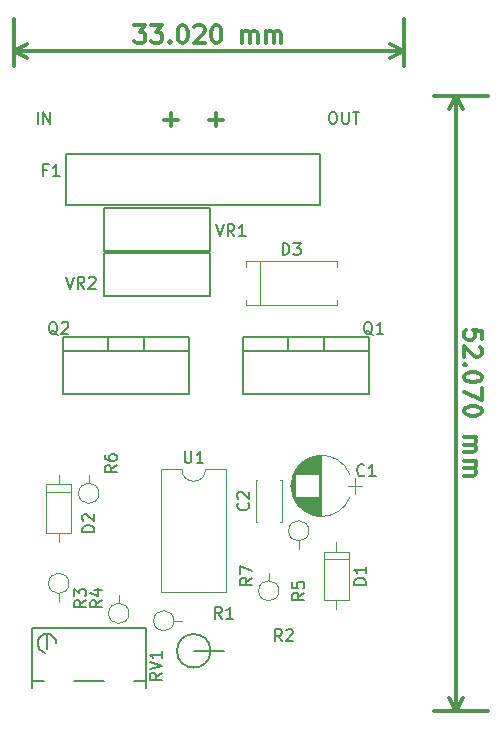
<source format=gbr>
G04 #@! TF.FileFunction,Legend,Top*
%FSLAX46Y46*%
G04 Gerber Fmt 4.6, Leading zero omitted, Abs format (unit mm)*
G04 Created by KiCad (PCBNEW 4.0.4-stable) date Saturday, 28 January 2017 'PMt' 01:33:58 PM*
%MOMM*%
%LPD*%
G01*
G04 APERTURE LIST*
%ADD10C,0.100000*%
%ADD11C,0.300000*%
%ADD12C,0.120000*%
%ADD13C,0.150000*%
G04 APERTURE END LIST*
D10*
D11*
X148654287Y-65138571D02*
X149582858Y-65138571D01*
X149082858Y-65710000D01*
X149297144Y-65710000D01*
X149440001Y-65781429D01*
X149511430Y-65852857D01*
X149582858Y-65995714D01*
X149582858Y-66352857D01*
X149511430Y-66495714D01*
X149440001Y-66567143D01*
X149297144Y-66638571D01*
X148868572Y-66638571D01*
X148725715Y-66567143D01*
X148654287Y-66495714D01*
X150082858Y-65138571D02*
X151011429Y-65138571D01*
X150511429Y-65710000D01*
X150725715Y-65710000D01*
X150868572Y-65781429D01*
X150940001Y-65852857D01*
X151011429Y-65995714D01*
X151011429Y-66352857D01*
X150940001Y-66495714D01*
X150868572Y-66567143D01*
X150725715Y-66638571D01*
X150297143Y-66638571D01*
X150154286Y-66567143D01*
X150082858Y-66495714D01*
X151654286Y-66495714D02*
X151725714Y-66567143D01*
X151654286Y-66638571D01*
X151582857Y-66567143D01*
X151654286Y-66495714D01*
X151654286Y-66638571D01*
X152654286Y-65138571D02*
X152797143Y-65138571D01*
X152940000Y-65210000D01*
X153011429Y-65281429D01*
X153082858Y-65424286D01*
X153154286Y-65710000D01*
X153154286Y-66067143D01*
X153082858Y-66352857D01*
X153011429Y-66495714D01*
X152940000Y-66567143D01*
X152797143Y-66638571D01*
X152654286Y-66638571D01*
X152511429Y-66567143D01*
X152440000Y-66495714D01*
X152368572Y-66352857D01*
X152297143Y-66067143D01*
X152297143Y-65710000D01*
X152368572Y-65424286D01*
X152440000Y-65281429D01*
X152511429Y-65210000D01*
X152654286Y-65138571D01*
X153725714Y-65281429D02*
X153797143Y-65210000D01*
X153940000Y-65138571D01*
X154297143Y-65138571D01*
X154440000Y-65210000D01*
X154511429Y-65281429D01*
X154582857Y-65424286D01*
X154582857Y-65567143D01*
X154511429Y-65781429D01*
X153654286Y-66638571D01*
X154582857Y-66638571D01*
X155511428Y-65138571D02*
X155654285Y-65138571D01*
X155797142Y-65210000D01*
X155868571Y-65281429D01*
X155940000Y-65424286D01*
X156011428Y-65710000D01*
X156011428Y-66067143D01*
X155940000Y-66352857D01*
X155868571Y-66495714D01*
X155797142Y-66567143D01*
X155654285Y-66638571D01*
X155511428Y-66638571D01*
X155368571Y-66567143D01*
X155297142Y-66495714D01*
X155225714Y-66352857D01*
X155154285Y-66067143D01*
X155154285Y-65710000D01*
X155225714Y-65424286D01*
X155297142Y-65281429D01*
X155368571Y-65210000D01*
X155511428Y-65138571D01*
X157797142Y-66638571D02*
X157797142Y-65638571D01*
X157797142Y-65781429D02*
X157868570Y-65710000D01*
X158011428Y-65638571D01*
X158225713Y-65638571D01*
X158368570Y-65710000D01*
X158439999Y-65852857D01*
X158439999Y-66638571D01*
X158439999Y-65852857D02*
X158511428Y-65710000D01*
X158654285Y-65638571D01*
X158868570Y-65638571D01*
X159011428Y-65710000D01*
X159082856Y-65852857D01*
X159082856Y-66638571D01*
X159797142Y-66638571D02*
X159797142Y-65638571D01*
X159797142Y-65781429D02*
X159868570Y-65710000D01*
X160011428Y-65638571D01*
X160225713Y-65638571D01*
X160368570Y-65710000D01*
X160439999Y-65852857D01*
X160439999Y-66638571D01*
X160439999Y-65852857D02*
X160511428Y-65710000D01*
X160654285Y-65638571D01*
X160868570Y-65638571D01*
X161011428Y-65710000D01*
X161082856Y-65852857D01*
X161082856Y-66638571D01*
X138430000Y-67310000D02*
X171450000Y-67310000D01*
X138430000Y-68580000D02*
X138430000Y-64610000D01*
X171450000Y-68580000D02*
X171450000Y-64610000D01*
X171450000Y-67310000D02*
X170323496Y-67896421D01*
X171450000Y-67310000D02*
X170323496Y-66723579D01*
X138430000Y-67310000D02*
X139556504Y-67896421D01*
X138430000Y-67310000D02*
X139556504Y-66723579D01*
X178066429Y-91726430D02*
X178066429Y-91012144D01*
X177352143Y-90940715D01*
X177423571Y-91012144D01*
X177495000Y-91155001D01*
X177495000Y-91512144D01*
X177423571Y-91655001D01*
X177352143Y-91726430D01*
X177209286Y-91797858D01*
X176852143Y-91797858D01*
X176709286Y-91726430D01*
X176637857Y-91655001D01*
X176566429Y-91512144D01*
X176566429Y-91155001D01*
X176637857Y-91012144D01*
X176709286Y-90940715D01*
X177923571Y-92369286D02*
X177995000Y-92440715D01*
X178066429Y-92583572D01*
X178066429Y-92940715D01*
X177995000Y-93083572D01*
X177923571Y-93155001D01*
X177780714Y-93226429D01*
X177637857Y-93226429D01*
X177423571Y-93155001D01*
X176566429Y-92297858D01*
X176566429Y-93226429D01*
X176709286Y-93869286D02*
X176637857Y-93940714D01*
X176566429Y-93869286D01*
X176637857Y-93797857D01*
X176709286Y-93869286D01*
X176566429Y-93869286D01*
X178066429Y-94869286D02*
X178066429Y-95012143D01*
X177995000Y-95155000D01*
X177923571Y-95226429D01*
X177780714Y-95297858D01*
X177495000Y-95369286D01*
X177137857Y-95369286D01*
X176852143Y-95297858D01*
X176709286Y-95226429D01*
X176637857Y-95155000D01*
X176566429Y-95012143D01*
X176566429Y-94869286D01*
X176637857Y-94726429D01*
X176709286Y-94655000D01*
X176852143Y-94583572D01*
X177137857Y-94512143D01*
X177495000Y-94512143D01*
X177780714Y-94583572D01*
X177923571Y-94655000D01*
X177995000Y-94726429D01*
X178066429Y-94869286D01*
X178066429Y-95869286D02*
X178066429Y-96869286D01*
X176566429Y-96226429D01*
X178066429Y-97726428D02*
X178066429Y-97869285D01*
X177995000Y-98012142D01*
X177923571Y-98083571D01*
X177780714Y-98155000D01*
X177495000Y-98226428D01*
X177137857Y-98226428D01*
X176852143Y-98155000D01*
X176709286Y-98083571D01*
X176637857Y-98012142D01*
X176566429Y-97869285D01*
X176566429Y-97726428D01*
X176637857Y-97583571D01*
X176709286Y-97512142D01*
X176852143Y-97440714D01*
X177137857Y-97369285D01*
X177495000Y-97369285D01*
X177780714Y-97440714D01*
X177923571Y-97512142D01*
X177995000Y-97583571D01*
X178066429Y-97726428D01*
X176566429Y-100012142D02*
X177566429Y-100012142D01*
X177423571Y-100012142D02*
X177495000Y-100083570D01*
X177566429Y-100226428D01*
X177566429Y-100440713D01*
X177495000Y-100583570D01*
X177352143Y-100654999D01*
X176566429Y-100654999D01*
X177352143Y-100654999D02*
X177495000Y-100726428D01*
X177566429Y-100869285D01*
X177566429Y-101083570D01*
X177495000Y-101226428D01*
X177352143Y-101297856D01*
X176566429Y-101297856D01*
X176566429Y-102012142D02*
X177566429Y-102012142D01*
X177423571Y-102012142D02*
X177495000Y-102083570D01*
X177566429Y-102226428D01*
X177566429Y-102440713D01*
X177495000Y-102583570D01*
X177352143Y-102654999D01*
X176566429Y-102654999D01*
X177352143Y-102654999D02*
X177495000Y-102726428D01*
X177566429Y-102869285D01*
X177566429Y-103083570D01*
X177495000Y-103226428D01*
X177352143Y-103297856D01*
X176566429Y-103297856D01*
X175895000Y-71120000D02*
X175895000Y-123190000D01*
X173990000Y-71120000D02*
X178595000Y-71120000D01*
X173990000Y-123190000D02*
X178595000Y-123190000D01*
X175895000Y-123190000D02*
X175308579Y-122063496D01*
X175895000Y-123190000D02*
X176481421Y-122063496D01*
X175895000Y-71120000D02*
X175308579Y-72246504D01*
X175895000Y-71120000D02*
X176481421Y-72246504D01*
X151193572Y-73132143D02*
X152336429Y-73132143D01*
X151765000Y-73703571D02*
X151765000Y-72560714D01*
X155003572Y-73132143D02*
X156146429Y-73132143D01*
X155575000Y-73703571D02*
X155575000Y-72560714D01*
D12*
X162088137Y-105121400D02*
G75*
G03X166882436Y-105120000I2396863J981400D01*
G01*
X162088137Y-103158600D02*
G75*
G02X166882436Y-103160000I2396863J-981400D01*
G01*
X162088137Y-103158600D02*
G75*
G03X162087564Y-105120000I2396863J-981400D01*
G01*
X164485000Y-106690000D02*
X164485000Y-101590000D01*
X164445000Y-106690000D02*
X164445000Y-101590000D01*
X164405000Y-106689000D02*
X164405000Y-101591000D01*
X164365000Y-106688000D02*
X164365000Y-101592000D01*
X164325000Y-106686000D02*
X164325000Y-101594000D01*
X164285000Y-106683000D02*
X164285000Y-101597000D01*
X164245000Y-106679000D02*
X164245000Y-101601000D01*
X164205000Y-106675000D02*
X164205000Y-105120000D01*
X164205000Y-103160000D02*
X164205000Y-101605000D01*
X164165000Y-106671000D02*
X164165000Y-105120000D01*
X164165000Y-103160000D02*
X164165000Y-101609000D01*
X164125000Y-106665000D02*
X164125000Y-105120000D01*
X164125000Y-103160000D02*
X164125000Y-101615000D01*
X164085000Y-106659000D02*
X164085000Y-105120000D01*
X164085000Y-103160000D02*
X164085000Y-101621000D01*
X164045000Y-106653000D02*
X164045000Y-105120000D01*
X164045000Y-103160000D02*
X164045000Y-101627000D01*
X164005000Y-106646000D02*
X164005000Y-105120000D01*
X164005000Y-103160000D02*
X164005000Y-101634000D01*
X163965000Y-106638000D02*
X163965000Y-105120000D01*
X163965000Y-103160000D02*
X163965000Y-101642000D01*
X163925000Y-106629000D02*
X163925000Y-105120000D01*
X163925000Y-103160000D02*
X163925000Y-101651000D01*
X163885000Y-106620000D02*
X163885000Y-105120000D01*
X163885000Y-103160000D02*
X163885000Y-101660000D01*
X163845000Y-106610000D02*
X163845000Y-105120000D01*
X163845000Y-103160000D02*
X163845000Y-101670000D01*
X163805000Y-106600000D02*
X163805000Y-105120000D01*
X163805000Y-103160000D02*
X163805000Y-101680000D01*
X163764000Y-106588000D02*
X163764000Y-105120000D01*
X163764000Y-103160000D02*
X163764000Y-101692000D01*
X163724000Y-106576000D02*
X163724000Y-105120000D01*
X163724000Y-103160000D02*
X163724000Y-101704000D01*
X163684000Y-106564000D02*
X163684000Y-105120000D01*
X163684000Y-103160000D02*
X163684000Y-101716000D01*
X163644000Y-106550000D02*
X163644000Y-105120000D01*
X163644000Y-103160000D02*
X163644000Y-101730000D01*
X163604000Y-106536000D02*
X163604000Y-105120000D01*
X163604000Y-103160000D02*
X163604000Y-101744000D01*
X163564000Y-106522000D02*
X163564000Y-105120000D01*
X163564000Y-103160000D02*
X163564000Y-101758000D01*
X163524000Y-106506000D02*
X163524000Y-105120000D01*
X163524000Y-103160000D02*
X163524000Y-101774000D01*
X163484000Y-106490000D02*
X163484000Y-105120000D01*
X163484000Y-103160000D02*
X163484000Y-101790000D01*
X163444000Y-106473000D02*
X163444000Y-105120000D01*
X163444000Y-103160000D02*
X163444000Y-101807000D01*
X163404000Y-106455000D02*
X163404000Y-105120000D01*
X163404000Y-103160000D02*
X163404000Y-101825000D01*
X163364000Y-106436000D02*
X163364000Y-105120000D01*
X163364000Y-103160000D02*
X163364000Y-101844000D01*
X163324000Y-106416000D02*
X163324000Y-105120000D01*
X163324000Y-103160000D02*
X163324000Y-101864000D01*
X163284000Y-106396000D02*
X163284000Y-105120000D01*
X163284000Y-103160000D02*
X163284000Y-101884000D01*
X163244000Y-106374000D02*
X163244000Y-105120000D01*
X163244000Y-103160000D02*
X163244000Y-101906000D01*
X163204000Y-106352000D02*
X163204000Y-105120000D01*
X163204000Y-103160000D02*
X163204000Y-101928000D01*
X163164000Y-106329000D02*
X163164000Y-105120000D01*
X163164000Y-103160000D02*
X163164000Y-101951000D01*
X163124000Y-106305000D02*
X163124000Y-105120000D01*
X163124000Y-103160000D02*
X163124000Y-101975000D01*
X163084000Y-106280000D02*
X163084000Y-105120000D01*
X163084000Y-103160000D02*
X163084000Y-102000000D01*
X163044000Y-106253000D02*
X163044000Y-105120000D01*
X163044000Y-103160000D02*
X163044000Y-102027000D01*
X163004000Y-106226000D02*
X163004000Y-105120000D01*
X163004000Y-103160000D02*
X163004000Y-102054000D01*
X162964000Y-106198000D02*
X162964000Y-105120000D01*
X162964000Y-103160000D02*
X162964000Y-102082000D01*
X162924000Y-106168000D02*
X162924000Y-105120000D01*
X162924000Y-103160000D02*
X162924000Y-102112000D01*
X162884000Y-106137000D02*
X162884000Y-105120000D01*
X162884000Y-103160000D02*
X162884000Y-102143000D01*
X162844000Y-106105000D02*
X162844000Y-105120000D01*
X162844000Y-103160000D02*
X162844000Y-102175000D01*
X162804000Y-106072000D02*
X162804000Y-105120000D01*
X162804000Y-103160000D02*
X162804000Y-102208000D01*
X162764000Y-106037000D02*
X162764000Y-105120000D01*
X162764000Y-103160000D02*
X162764000Y-102243000D01*
X162724000Y-106001000D02*
X162724000Y-105120000D01*
X162724000Y-103160000D02*
X162724000Y-102279000D01*
X162684000Y-105963000D02*
X162684000Y-105120000D01*
X162684000Y-103160000D02*
X162684000Y-102317000D01*
X162644000Y-105923000D02*
X162644000Y-105120000D01*
X162644000Y-103160000D02*
X162644000Y-102357000D01*
X162604000Y-105882000D02*
X162604000Y-105120000D01*
X162604000Y-103160000D02*
X162604000Y-102398000D01*
X162564000Y-105839000D02*
X162564000Y-105120000D01*
X162564000Y-103160000D02*
X162564000Y-102441000D01*
X162524000Y-105794000D02*
X162524000Y-105120000D01*
X162524000Y-103160000D02*
X162524000Y-102486000D01*
X162484000Y-105746000D02*
X162484000Y-105120000D01*
X162484000Y-103160000D02*
X162484000Y-102534000D01*
X162444000Y-105696000D02*
X162444000Y-105120000D01*
X162444000Y-103160000D02*
X162444000Y-102584000D01*
X162404000Y-105644000D02*
X162404000Y-105120000D01*
X162404000Y-103160000D02*
X162404000Y-102636000D01*
X162364000Y-105588000D02*
X162364000Y-105120000D01*
X162364000Y-103160000D02*
X162364000Y-102692000D01*
X162324000Y-105530000D02*
X162324000Y-105120000D01*
X162324000Y-103160000D02*
X162324000Y-102750000D01*
X162284000Y-105467000D02*
X162284000Y-105120000D01*
X162284000Y-103160000D02*
X162284000Y-102813000D01*
X162244000Y-105401000D02*
X162244000Y-102879000D01*
X162204000Y-105329000D02*
X162204000Y-102951000D01*
X162164000Y-105252000D02*
X162164000Y-103028000D01*
X162124000Y-105168000D02*
X162124000Y-103112000D01*
X162084000Y-105074000D02*
X162084000Y-103206000D01*
X162044000Y-104969000D02*
X162044000Y-103311000D01*
X162004000Y-104847000D02*
X162004000Y-103433000D01*
X161964000Y-104699000D02*
X161964000Y-103581000D01*
X161924000Y-104494000D02*
X161924000Y-103786000D01*
X167935000Y-104140000D02*
X166735000Y-104140000D01*
X167335000Y-104790000D02*
X167335000Y-103490000D01*
D13*
X161671000Y-91567000D02*
X161671000Y-92710000D01*
X164719000Y-91567000D02*
X164719000Y-92710000D01*
X168529000Y-92710000D02*
X168529000Y-96393000D01*
X168529000Y-96393000D02*
X157861000Y-96393000D01*
X157861000Y-96393000D02*
X157861000Y-92710000D01*
X168529000Y-91567000D02*
X168529000Y-92710000D01*
X168529000Y-92710000D02*
X157861000Y-92710000D01*
X157861000Y-92710000D02*
X157861000Y-91567000D01*
X163195000Y-91567000D02*
X157861000Y-91567000D01*
X163195000Y-91567000D02*
X168529000Y-91567000D01*
X146431000Y-91567000D02*
X146431000Y-92710000D01*
X149479000Y-91567000D02*
X149479000Y-92710000D01*
X153289000Y-92710000D02*
X153289000Y-96393000D01*
X153289000Y-96393000D02*
X142621000Y-96393000D01*
X142621000Y-96393000D02*
X142621000Y-92710000D01*
X153289000Y-91567000D02*
X153289000Y-92710000D01*
X153289000Y-92710000D02*
X142621000Y-92710000D01*
X142621000Y-92710000D02*
X142621000Y-91567000D01*
X147955000Y-91567000D02*
X142621000Y-91567000D01*
X147955000Y-91567000D02*
X153289000Y-91567000D01*
D12*
X151990000Y-115570000D02*
G75*
G03X151990000Y-115570000I-860000J0D01*
G01*
X151990000Y-115570000D02*
X152670000Y-115570000D01*
D13*
X153670000Y-118110000D02*
X156210000Y-118110000D01*
X155089903Y-118110000D02*
G75*
G03X155089903Y-118110000I-1419903J0D01*
G01*
D12*
X143100000Y-112395000D02*
G75*
G03X143100000Y-112395000I-860000J0D01*
G01*
X142240000Y-113255000D02*
X142240000Y-113935000D01*
X148180000Y-114935000D02*
G75*
G03X148180000Y-114935000I-860000J0D01*
G01*
X147320000Y-114075000D02*
X147320000Y-113395000D01*
X163420000Y-107950000D02*
G75*
G03X163420000Y-107950000I-860000J0D01*
G01*
X162560000Y-108810000D02*
X162560000Y-109490000D01*
X145640000Y-104775000D02*
G75*
G03X145640000Y-104775000I-860000J0D01*
G01*
X144780000Y-103915000D02*
X144780000Y-103235000D01*
X160880000Y-113030000D02*
G75*
G03X160880000Y-113030000I-860000J0D01*
G01*
X160020000Y-112170000D02*
X160020000Y-111490000D01*
D13*
X140970000Y-120650000D02*
X139954000Y-120650000D01*
X146050000Y-120650000D02*
X143510000Y-120650000D01*
X149606000Y-120650000D02*
X148590000Y-120650000D01*
X141224000Y-116713000D02*
X141224000Y-117983000D01*
X142011400Y-117462300D02*
X141973300Y-117208300D01*
X141973300Y-117208300D02*
X141795500Y-116928900D01*
X141795500Y-116928900D02*
X141478000Y-116713000D01*
X141478000Y-116713000D02*
X141033500Y-116700300D01*
X141033500Y-116700300D02*
X140677900Y-116903500D01*
X140677900Y-116903500D02*
X140500100Y-117195600D01*
X140500100Y-117195600D02*
X140449300Y-117513100D01*
X140449300Y-117513100D02*
X140550900Y-117919500D01*
X140550900Y-117919500D02*
X140893800Y-118173500D01*
X140893800Y-118173500D02*
X141071600Y-118262400D01*
X139954000Y-117475000D02*
X139954000Y-116205000D01*
X139954000Y-116205000D02*
X149606000Y-116205000D01*
X149606000Y-116205000D02*
X149606000Y-121285000D01*
X139954000Y-121285000D02*
X139954000Y-118745000D01*
X139954000Y-118745000D02*
X139954000Y-117475000D01*
D12*
X154670000Y-102750000D02*
G75*
G02X152670000Y-102750000I-1000000J0D01*
G01*
X152670000Y-102750000D02*
X150900000Y-102750000D01*
X150900000Y-102750000D02*
X150900000Y-113150000D01*
X150900000Y-113150000D02*
X156440000Y-113150000D01*
X156440000Y-113150000D02*
X156440000Y-102750000D01*
X156440000Y-102750000D02*
X154670000Y-102750000D01*
X158065000Y-85615000D02*
X158065000Y-85135000D01*
X158065000Y-85135000D02*
X165785000Y-85135000D01*
X165785000Y-85135000D02*
X165785000Y-85615000D01*
X158065000Y-88375000D02*
X158065000Y-88855000D01*
X158065000Y-88855000D02*
X165785000Y-88855000D01*
X165785000Y-88855000D02*
X165785000Y-88375000D01*
X159265000Y-85135000D02*
X159265000Y-88855000D01*
X166795000Y-109700000D02*
X164675000Y-109700000D01*
X164675000Y-109700000D02*
X164675000Y-113820000D01*
X164675000Y-113820000D02*
X166795000Y-113820000D01*
X166795000Y-113820000D02*
X166795000Y-109700000D01*
X165735000Y-108930000D02*
X165735000Y-109700000D01*
X165735000Y-114590000D02*
X165735000Y-113820000D01*
X166795000Y-110360000D02*
X164675000Y-110360000D01*
X143300000Y-103985000D02*
X141180000Y-103985000D01*
X141180000Y-103985000D02*
X141180000Y-108105000D01*
X141180000Y-108105000D02*
X143300000Y-108105000D01*
X143300000Y-108105000D02*
X143300000Y-103985000D01*
X142240000Y-103215000D02*
X142240000Y-103985000D01*
X142240000Y-108875000D02*
X142240000Y-108105000D01*
X143300000Y-104645000D02*
X141180000Y-104645000D01*
X158910000Y-107190000D02*
X158910000Y-103670000D01*
X161130000Y-107190000D02*
X161130000Y-103670000D01*
X158910000Y-107190000D02*
X159024000Y-107190000D01*
X161016000Y-107190000D02*
X161130000Y-107190000D01*
X158910000Y-103670000D02*
X159024000Y-103670000D01*
X161016000Y-103670000D02*
X161130000Y-103670000D01*
D13*
X155035000Y-80585000D02*
X146035000Y-80585000D01*
X155035000Y-84285000D02*
X146035000Y-84285000D01*
X146035000Y-84285000D02*
X146035000Y-80585000D01*
X155035000Y-84285000D02*
X155035000Y-80585000D01*
X142840000Y-80370000D02*
X164340000Y-80370000D01*
X142840000Y-76070000D02*
X164340000Y-76070000D01*
X164340000Y-76070000D02*
X164340000Y-80370000D01*
X142840000Y-76070000D02*
X142840000Y-80370000D01*
X155035000Y-84395000D02*
X146035000Y-84395000D01*
X155035000Y-88095000D02*
X146035000Y-88095000D01*
X146035000Y-88095000D02*
X146035000Y-84395000D01*
X155035000Y-88095000D02*
X155035000Y-84395000D01*
X168108334Y-103227143D02*
X168060715Y-103274762D01*
X167917858Y-103322381D01*
X167822620Y-103322381D01*
X167679762Y-103274762D01*
X167584524Y-103179524D01*
X167536905Y-103084286D01*
X167489286Y-102893810D01*
X167489286Y-102750952D01*
X167536905Y-102560476D01*
X167584524Y-102465238D01*
X167679762Y-102370000D01*
X167822620Y-102322381D01*
X167917858Y-102322381D01*
X168060715Y-102370000D01*
X168108334Y-102417619D01*
X169060715Y-103322381D02*
X168489286Y-103322381D01*
X168775000Y-103322381D02*
X168775000Y-102322381D01*
X168679762Y-102465238D01*
X168584524Y-102560476D01*
X168489286Y-102608095D01*
X168814762Y-91352619D02*
X168719524Y-91305000D01*
X168624286Y-91209762D01*
X168481429Y-91066905D01*
X168386190Y-91019286D01*
X168290952Y-91019286D01*
X168338571Y-91257381D02*
X168243333Y-91209762D01*
X168148095Y-91114524D01*
X168100476Y-90924048D01*
X168100476Y-90590714D01*
X168148095Y-90400238D01*
X168243333Y-90305000D01*
X168338571Y-90257381D01*
X168529048Y-90257381D01*
X168624286Y-90305000D01*
X168719524Y-90400238D01*
X168767143Y-90590714D01*
X168767143Y-90924048D01*
X168719524Y-91114524D01*
X168624286Y-91209762D01*
X168529048Y-91257381D01*
X168338571Y-91257381D01*
X169719524Y-91257381D02*
X169148095Y-91257381D01*
X169433809Y-91257381D02*
X169433809Y-90257381D01*
X169338571Y-90400238D01*
X169243333Y-90495476D01*
X169148095Y-90543095D01*
X142144762Y-91352619D02*
X142049524Y-91305000D01*
X141954286Y-91209762D01*
X141811429Y-91066905D01*
X141716190Y-91019286D01*
X141620952Y-91019286D01*
X141668571Y-91257381D02*
X141573333Y-91209762D01*
X141478095Y-91114524D01*
X141430476Y-90924048D01*
X141430476Y-90590714D01*
X141478095Y-90400238D01*
X141573333Y-90305000D01*
X141668571Y-90257381D01*
X141859048Y-90257381D01*
X141954286Y-90305000D01*
X142049524Y-90400238D01*
X142097143Y-90590714D01*
X142097143Y-90924048D01*
X142049524Y-91114524D01*
X141954286Y-91209762D01*
X141859048Y-91257381D01*
X141668571Y-91257381D01*
X142478095Y-90352619D02*
X142525714Y-90305000D01*
X142620952Y-90257381D01*
X142859048Y-90257381D01*
X142954286Y-90305000D01*
X143001905Y-90352619D01*
X143049524Y-90447857D01*
X143049524Y-90543095D01*
X143001905Y-90685952D01*
X142430476Y-91257381D01*
X143049524Y-91257381D01*
X156043334Y-115387381D02*
X155710000Y-114911190D01*
X155471905Y-115387381D02*
X155471905Y-114387381D01*
X155852858Y-114387381D01*
X155948096Y-114435000D01*
X155995715Y-114482619D01*
X156043334Y-114577857D01*
X156043334Y-114720714D01*
X155995715Y-114815952D01*
X155948096Y-114863571D01*
X155852858Y-114911190D01*
X155471905Y-114911190D01*
X156995715Y-115387381D02*
X156424286Y-115387381D01*
X156710000Y-115387381D02*
X156710000Y-114387381D01*
X156614762Y-114530238D01*
X156519524Y-114625476D01*
X156424286Y-114673095D01*
X161123334Y-117292381D02*
X160790000Y-116816190D01*
X160551905Y-117292381D02*
X160551905Y-116292381D01*
X160932858Y-116292381D01*
X161028096Y-116340000D01*
X161075715Y-116387619D01*
X161123334Y-116482857D01*
X161123334Y-116625714D01*
X161075715Y-116720952D01*
X161028096Y-116768571D01*
X160932858Y-116816190D01*
X160551905Y-116816190D01*
X161504286Y-116387619D02*
X161551905Y-116340000D01*
X161647143Y-116292381D01*
X161885239Y-116292381D01*
X161980477Y-116340000D01*
X162028096Y-116387619D01*
X162075715Y-116482857D01*
X162075715Y-116578095D01*
X162028096Y-116720952D01*
X161456667Y-117292381D01*
X162075715Y-117292381D01*
X144552381Y-113831666D02*
X144076190Y-114165000D01*
X144552381Y-114403095D02*
X143552381Y-114403095D01*
X143552381Y-114022142D01*
X143600000Y-113926904D01*
X143647619Y-113879285D01*
X143742857Y-113831666D01*
X143885714Y-113831666D01*
X143980952Y-113879285D01*
X144028571Y-113926904D01*
X144076190Y-114022142D01*
X144076190Y-114403095D01*
X143552381Y-113498333D02*
X143552381Y-112879285D01*
X143933333Y-113212619D01*
X143933333Y-113069761D01*
X143980952Y-112974523D01*
X144028571Y-112926904D01*
X144123810Y-112879285D01*
X144361905Y-112879285D01*
X144457143Y-112926904D01*
X144504762Y-112974523D01*
X144552381Y-113069761D01*
X144552381Y-113355476D01*
X144504762Y-113450714D01*
X144457143Y-113498333D01*
X145912381Y-113831666D02*
X145436190Y-114165000D01*
X145912381Y-114403095D02*
X144912381Y-114403095D01*
X144912381Y-114022142D01*
X144960000Y-113926904D01*
X145007619Y-113879285D01*
X145102857Y-113831666D01*
X145245714Y-113831666D01*
X145340952Y-113879285D01*
X145388571Y-113926904D01*
X145436190Y-114022142D01*
X145436190Y-114403095D01*
X145245714Y-112974523D02*
X145912381Y-112974523D01*
X144864762Y-113212619D02*
X145579048Y-113450714D01*
X145579048Y-112831666D01*
X163012381Y-113196666D02*
X162536190Y-113530000D01*
X163012381Y-113768095D02*
X162012381Y-113768095D01*
X162012381Y-113387142D01*
X162060000Y-113291904D01*
X162107619Y-113244285D01*
X162202857Y-113196666D01*
X162345714Y-113196666D01*
X162440952Y-113244285D01*
X162488571Y-113291904D01*
X162536190Y-113387142D01*
X162536190Y-113768095D01*
X162012381Y-112291904D02*
X162012381Y-112768095D01*
X162488571Y-112815714D01*
X162440952Y-112768095D01*
X162393333Y-112672857D01*
X162393333Y-112434761D01*
X162440952Y-112339523D01*
X162488571Y-112291904D01*
X162583810Y-112244285D01*
X162821905Y-112244285D01*
X162917143Y-112291904D01*
X162964762Y-112339523D01*
X163012381Y-112434761D01*
X163012381Y-112672857D01*
X162964762Y-112768095D01*
X162917143Y-112815714D01*
X147137381Y-102401666D02*
X146661190Y-102735000D01*
X147137381Y-102973095D02*
X146137381Y-102973095D01*
X146137381Y-102592142D01*
X146185000Y-102496904D01*
X146232619Y-102449285D01*
X146327857Y-102401666D01*
X146470714Y-102401666D01*
X146565952Y-102449285D01*
X146613571Y-102496904D01*
X146661190Y-102592142D01*
X146661190Y-102973095D01*
X146137381Y-101544523D02*
X146137381Y-101735000D01*
X146185000Y-101830238D01*
X146232619Y-101877857D01*
X146375476Y-101973095D01*
X146565952Y-102020714D01*
X146946905Y-102020714D01*
X147042143Y-101973095D01*
X147089762Y-101925476D01*
X147137381Y-101830238D01*
X147137381Y-101639761D01*
X147089762Y-101544523D01*
X147042143Y-101496904D01*
X146946905Y-101449285D01*
X146708810Y-101449285D01*
X146613571Y-101496904D01*
X146565952Y-101544523D01*
X146518333Y-101639761D01*
X146518333Y-101830238D01*
X146565952Y-101925476D01*
X146613571Y-101973095D01*
X146708810Y-102020714D01*
X158612381Y-111926666D02*
X158136190Y-112260000D01*
X158612381Y-112498095D02*
X157612381Y-112498095D01*
X157612381Y-112117142D01*
X157660000Y-112021904D01*
X157707619Y-111974285D01*
X157802857Y-111926666D01*
X157945714Y-111926666D01*
X158040952Y-111974285D01*
X158088571Y-112021904D01*
X158136190Y-112117142D01*
X158136190Y-112498095D01*
X157612381Y-111593333D02*
X157612381Y-110926666D01*
X158612381Y-111355238D01*
X150947381Y-119975238D02*
X150471190Y-120308572D01*
X150947381Y-120546667D02*
X149947381Y-120546667D01*
X149947381Y-120165714D01*
X149995000Y-120070476D01*
X150042619Y-120022857D01*
X150137857Y-119975238D01*
X150280714Y-119975238D01*
X150375952Y-120022857D01*
X150423571Y-120070476D01*
X150471190Y-120165714D01*
X150471190Y-120546667D01*
X149947381Y-119689524D02*
X150947381Y-119356191D01*
X149947381Y-119022857D01*
X150947381Y-118165714D02*
X150947381Y-118737143D01*
X150947381Y-118451429D02*
X149947381Y-118451429D01*
X150090238Y-118546667D01*
X150185476Y-118641905D01*
X150233095Y-118737143D01*
X152908095Y-101202381D02*
X152908095Y-102011905D01*
X152955714Y-102107143D01*
X153003333Y-102154762D01*
X153098571Y-102202381D01*
X153289048Y-102202381D01*
X153384286Y-102154762D01*
X153431905Y-102107143D01*
X153479524Y-102011905D01*
X153479524Y-101202381D01*
X154479524Y-102202381D02*
X153908095Y-102202381D01*
X154193809Y-102202381D02*
X154193809Y-101202381D01*
X154098571Y-101345238D01*
X154003333Y-101440476D01*
X153908095Y-101488095D01*
X165370000Y-72477381D02*
X165560477Y-72477381D01*
X165655715Y-72525000D01*
X165750953Y-72620238D01*
X165798572Y-72810714D01*
X165798572Y-73144048D01*
X165750953Y-73334524D01*
X165655715Y-73429762D01*
X165560477Y-73477381D01*
X165370000Y-73477381D01*
X165274762Y-73429762D01*
X165179524Y-73334524D01*
X165131905Y-73144048D01*
X165131905Y-72810714D01*
X165179524Y-72620238D01*
X165274762Y-72525000D01*
X165370000Y-72477381D01*
X166227143Y-72477381D02*
X166227143Y-73286905D01*
X166274762Y-73382143D01*
X166322381Y-73429762D01*
X166417619Y-73477381D01*
X166608096Y-73477381D01*
X166703334Y-73429762D01*
X166750953Y-73382143D01*
X166798572Y-73286905D01*
X166798572Y-72477381D01*
X167131905Y-72477381D02*
X167703334Y-72477381D01*
X167417619Y-73477381D02*
X167417619Y-72477381D01*
X140446191Y-73477381D02*
X140446191Y-72477381D01*
X140922381Y-73477381D02*
X140922381Y-72477381D01*
X141493810Y-73477381D01*
X141493810Y-72477381D01*
X161186905Y-84587381D02*
X161186905Y-83587381D01*
X161425000Y-83587381D01*
X161567858Y-83635000D01*
X161663096Y-83730238D01*
X161710715Y-83825476D01*
X161758334Y-84015952D01*
X161758334Y-84158810D01*
X161710715Y-84349286D01*
X161663096Y-84444524D01*
X161567858Y-84539762D01*
X161425000Y-84587381D01*
X161186905Y-84587381D01*
X162091667Y-83587381D02*
X162710715Y-83587381D01*
X162377381Y-83968333D01*
X162520239Y-83968333D01*
X162615477Y-84015952D01*
X162663096Y-84063571D01*
X162710715Y-84158810D01*
X162710715Y-84396905D01*
X162663096Y-84492143D01*
X162615477Y-84539762D01*
X162520239Y-84587381D01*
X162234524Y-84587381D01*
X162139286Y-84539762D01*
X162091667Y-84492143D01*
X168247381Y-112498095D02*
X167247381Y-112498095D01*
X167247381Y-112260000D01*
X167295000Y-112117142D01*
X167390238Y-112021904D01*
X167485476Y-111974285D01*
X167675952Y-111926666D01*
X167818810Y-111926666D01*
X168009286Y-111974285D01*
X168104524Y-112021904D01*
X168199762Y-112117142D01*
X168247381Y-112260000D01*
X168247381Y-112498095D01*
X168247381Y-110974285D02*
X168247381Y-111545714D01*
X168247381Y-111260000D02*
X167247381Y-111260000D01*
X167390238Y-111355238D01*
X167485476Y-111450476D01*
X167533095Y-111545714D01*
X145232381Y-108053095D02*
X144232381Y-108053095D01*
X144232381Y-107815000D01*
X144280000Y-107672142D01*
X144375238Y-107576904D01*
X144470476Y-107529285D01*
X144660952Y-107481666D01*
X144803810Y-107481666D01*
X144994286Y-107529285D01*
X145089524Y-107576904D01*
X145184762Y-107672142D01*
X145232381Y-107815000D01*
X145232381Y-108053095D01*
X144327619Y-107100714D02*
X144280000Y-107053095D01*
X144232381Y-106957857D01*
X144232381Y-106719761D01*
X144280000Y-106624523D01*
X144327619Y-106576904D01*
X144422857Y-106529285D01*
X144518095Y-106529285D01*
X144660952Y-106576904D01*
X145232381Y-107148333D01*
X145232381Y-106529285D01*
X158267143Y-105596666D02*
X158314762Y-105644285D01*
X158362381Y-105787142D01*
X158362381Y-105882380D01*
X158314762Y-106025238D01*
X158219524Y-106120476D01*
X158124286Y-106168095D01*
X157933810Y-106215714D01*
X157790952Y-106215714D01*
X157600476Y-106168095D01*
X157505238Y-106120476D01*
X157410000Y-106025238D01*
X157362381Y-105882380D01*
X157362381Y-105787142D01*
X157410000Y-105644285D01*
X157457619Y-105596666D01*
X157457619Y-105215714D02*
X157410000Y-105168095D01*
X157362381Y-105072857D01*
X157362381Y-104834761D01*
X157410000Y-104739523D01*
X157457619Y-104691904D01*
X157552857Y-104644285D01*
X157648095Y-104644285D01*
X157790952Y-104691904D01*
X158362381Y-105263333D01*
X158362381Y-104644285D01*
X155535476Y-82002381D02*
X155868809Y-83002381D01*
X156202143Y-82002381D01*
X157106905Y-83002381D02*
X156773571Y-82526190D01*
X156535476Y-83002381D02*
X156535476Y-82002381D01*
X156916429Y-82002381D01*
X157011667Y-82050000D01*
X157059286Y-82097619D01*
X157106905Y-82192857D01*
X157106905Y-82335714D01*
X157059286Y-82430952D01*
X157011667Y-82478571D01*
X156916429Y-82526190D01*
X156535476Y-82526190D01*
X158059286Y-83002381D02*
X157487857Y-83002381D01*
X157773571Y-83002381D02*
X157773571Y-82002381D01*
X157678333Y-82145238D01*
X157583095Y-82240476D01*
X157487857Y-82288095D01*
X141271667Y-77398571D02*
X140938333Y-77398571D01*
X140938333Y-77922381D02*
X140938333Y-76922381D01*
X141414524Y-76922381D01*
X142319286Y-77922381D02*
X141747857Y-77922381D01*
X142033571Y-77922381D02*
X142033571Y-76922381D01*
X141938333Y-77065238D01*
X141843095Y-77160476D01*
X141747857Y-77208095D01*
X142835476Y-86447381D02*
X143168809Y-87447381D01*
X143502143Y-86447381D01*
X144406905Y-87447381D02*
X144073571Y-86971190D01*
X143835476Y-87447381D02*
X143835476Y-86447381D01*
X144216429Y-86447381D01*
X144311667Y-86495000D01*
X144359286Y-86542619D01*
X144406905Y-86637857D01*
X144406905Y-86780714D01*
X144359286Y-86875952D01*
X144311667Y-86923571D01*
X144216429Y-86971190D01*
X143835476Y-86971190D01*
X144787857Y-86542619D02*
X144835476Y-86495000D01*
X144930714Y-86447381D01*
X145168810Y-86447381D01*
X145264048Y-86495000D01*
X145311667Y-86542619D01*
X145359286Y-86637857D01*
X145359286Y-86733095D01*
X145311667Y-86875952D01*
X144740238Y-87447381D01*
X145359286Y-87447381D01*
M02*

</source>
